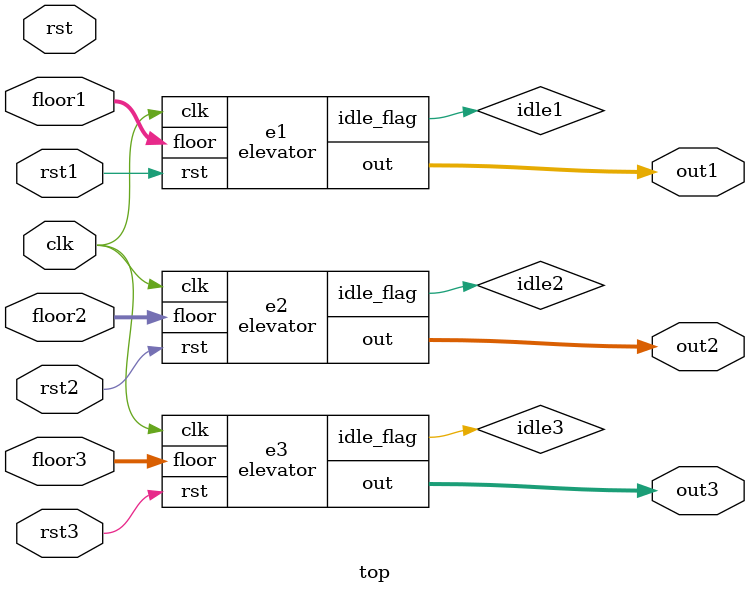
<source format=sv>
module elevator(
    input logic clk, rst,
    input logic [2:0] floor,
    output logic [2:0] out,
    output logic idle_flag
);
    typedef enum logic [2:0] {
        S0 = 3'b000, S1 = 3'b001, S2 = 3'b010, S3 = 3'b011,
        S4 = 3'b100, S5 = 3'b101, S6 = 3'b110, S7 = 3'b111
    } State;
    
    State cs, ns;
    logic [3:0] idle_counter;
    logic [2:0] prev_floor;
    
    always_ff @(posedge clk or negedge rst) begin
        if (!rst) begin
            cs <= S0;
            out <= S0;
            idle_counter <= 4'd0;
            idle_flag <= 1'b0;
            prev_floor <= S0;
        end else begin
            cs <= ns;
            out <= cs;
            prev_floor <= floor;
            if (cs == ns) begin
                if (idle_counter < 4'b1010)
                    idle_counter <= idle_counter + 1;
                else
                    idle_flag <= 1'b1;
            end else begin
                idle_counter <= 4'd0;
                idle_flag <= 1'b0;
            end
        end
    end
    
    always_comb begin
        ns = cs;
        case(cs)
            S0: if (floor > S0) ns = S1;
            S1: if (floor > S1) ns = S2; else if (floor < S1) ns = S0;
            S2: if (floor > S2) ns = S3; else if (floor < S2) ns = S1;
            S3: if (floor > S3) ns = S4; else if (floor < S3) ns = S2;
            S4: if (floor > S4) ns = S5; else if (floor < S4) ns = S3;
            S5: if (floor > S5) ns = S6; else if (floor < S5) ns = S4;
            S6: if (floor > S6) ns = S7; else if (floor < S6) ns = S5;
            S7: if (floor < S7) ns = S6;
        endcase
    end
endmodule

module top(
    input logic clk, rst,
    input logic [2:0] floor1, floor2, floor3,
    input logic rst1, rst2, rst3,
    output logic [2:0] out1, out2, out3
);
    logic idle1, idle2, idle3;
    
    elevator e1(.clk(clk), .rst(rst1), .floor(floor1), .out(out1), .idle_flag(idle1));
    elevator e2(.clk(clk), .rst(rst2), .floor(floor2), .out(out2), .idle_flag(idle2));
    elevator e3(.clk(clk), .rst(rst3), .floor(floor3), .out(out3), .idle_flag(idle3));
    
endmodule

</source>
